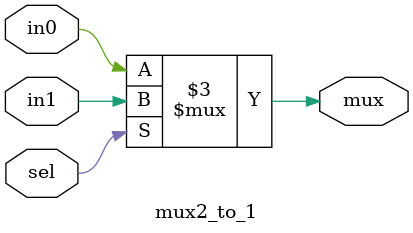
<source format=v>
(* dont_touch = "yes" *)
module mux2_to_1(
    input in0,
    input in1,
    input sel,
    output reg mux
    );
       
    always@(in0, in1, sel) begin
        if(sel)
             mux = in1;
            
        else 
             mux = in0;
    end
    
endmodule

</source>
